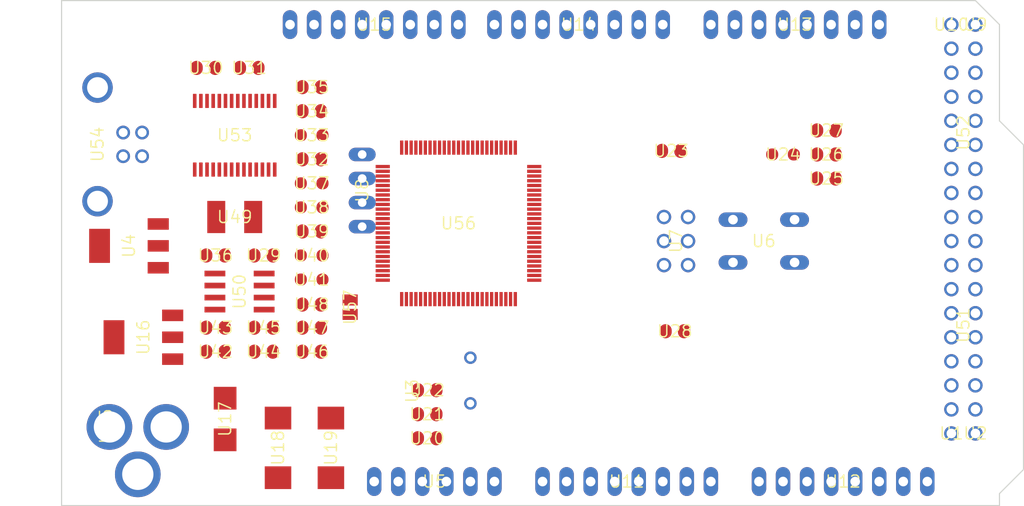
<source format=kicad_pcb>
(kicad_pcb (version 20221018) (generator pcbnew)
  (layers (0 "F.Cu" signal "Top") (31 "B.Cu" signal "Bottom") (34 "B.Paste" user) (35 "F.Paste" user) (36 "B.SilkS" user "B.Silkscreen") (37 "F.SilkS" user "F.Silkscreen") (38 "B.Mask" user) (39 "F.Mask" user) (44 "Edge.Cuts" user))
  (net 0 "")
  (net 1 "+5V")
  (net 2 "GND")
  (net 3 "N$6")
  (net 4 "N$7")
  (net 5 "AREF")
  (net 6 "RESET")
  (net 7 "VIN")
  (net 8 "N$3")
  (net 9 "PWRIN")
  (net 10 "M8RXD")
  (net 11 "M8TXD")
  (net 12 "ADC0")
  (net 13 "ADC2")
  (net 14 "ADC1")
  (net 15 "ADC3")
  (net 16 "ADC4")
  (net 17 "ADC5")
  (net 18 "ADC6")
  (net 19 "ADC7")
  (net 20 "+3V3")
  (net 21 "SDA")
  (net 22 "SCL")
  (net 23 "ADC9")
  (net 24 "ADC8")
  (net 25 "ADC10")
  (net 26 "ADC11")
  (net 27 "ADC12")
  (net 28 "ADC13")
  (net 29 "ADC14")
  (net 30 "ADC15")
  (net 31 "PB3")
  (net 32 "PB2")
  (net 33 "PB1")
  (net 34 "PB5")
  (net 35 "PB4")
  (net 36 "PE5")
  (net 37 "PE4")
  (net 38 "PE3")
  (net 39 "PE1")
  (net 40 "PE0")
  (net 41 "N$15")
  (net 42 "N$53")
  (net 43 "N$54")
  (net 44 "N$55")
  (net 45 "D-")
  (net 46 "D+")
  (net 47 "N$60")
  (net 48 "DTR")
  (net 49 "USBVCC")
  (net 50 "N$2")
  (net 51 "N$4")
  (net 52 "GATE_CMD")
  (net 53 "CMP")
  (net 54 "PB6")
  (net 55 "PH3")
  (net 56 "PH4")
  (net 57 "PH5")
  (net 58 "PH6")
  (net 59 "PG5")
  (net 60 "RXD1")
  (net 61 "TXD1")
  (net 62 "RXD2")
  (net 63 "RXD3")
  (net 64 "TXD2")
  (net 65 "TXD3")
  (net 66 "PC0")
  (net 67 "PC1")
  (net 68 "PC2")
  (net 69 "PC3")
  (net 70 "PC4")
  (net 71 "PC5")
  (net 72 "PC6")
  (net 73 "PC7")
  (net 74 "PB0")
  (net 75 "PG0")
  (net 76 "PG1")
  (net 77 "PG2")
  (net 78 "PD7")
  (net 79 "PA0")
  (net 80 "PA1")
  (net 81 "PA2")
  (net 82 "PA3")
  (net 83 "PA4")
  (net 84 "PA5")
  (net 85 "PA6")
  (net 86 "PA7")
  (net 87 "PL0")
  (net 88 "PL1")
  (net 89 "PL2")
  (net 90 "PL3")
  (net 91 "PL4")
  (net 92 "PL5")
  (net 93 "PL6")
  (net 94 "PL7")
  (net 95 "PB7")
  (net 96 "CTS")
  (net 97 "DSR")
  (net 98 "DCD")
  (net 99 "RI")
  (footprint "Arduino_MEGA_Reference_Design:2X03" (layer "F.Cu") (at 162.5981 103.7336 -90)
    (fp_text reference "U7")
    (fp_text value "")
  )
  (footprint "Arduino_MEGA_Reference_Design:1X08" (layer "F.Cu") (at 152.3111 80.8736 180)
    (fp_text reference "U14")
    (fp_text value "")
  )
  (footprint "Arduino_MEGA_Reference_Design:1X08" (layer "F.Cu") (at 130.7211 80.8736 180)
    (fp_text reference "U15")
    (fp_text value "")
  )
  (footprint "Arduino_MEGA_Reference_Design:SMC_D" (layer "F.Cu") (at 120.5611 125.5776 -90)
    (fp_text reference "U18")
    (fp_text value "")
  )
  (footprint "Arduino_MEGA_Reference_Design:SMC_D" (layer "F.Cu") (at 126.1491 125.5776 -90)
    (fp_text reference "U19")
    (fp_text value "")
  )
  (footprint "Arduino_MEGA_Reference_Design:B3F-10XX" (layer "F.Cu") (at 171.8691 103.7336 180)
    (fp_text reference "U6")
    (fp_text value "")
  )
  (footprint "Arduino_MEGA_Reference_Design:0805RND" (layer "F.Cu") (at 173.9011 94.5896 180)
    (fp_text reference "U24")
    (fp_text value "")
  )
  (footprint "Arduino_MEGA_Reference_Design:SMB" (layer "F.Cu") (at 114.9731 122.5296 -90)
    (fp_text reference "U17")
    (fp_text value "")
  )
  (footprint "Arduino_MEGA_Reference_Design:DC-21MM" (layer "F.Cu") (at 103.0351 123.2916 90)
    (fp_text reference "U55")
    (fp_text value "")
  )
  (footprint "Arduino_MEGA_Reference_Design:HC49_S" (layer "F.Cu") (at 140.8811 118.4656 90)
    (fp_text reference "U3")
    (fp_text value "")
  )
  (footprint "Arduino_MEGA_Reference_Design:SOT223" (layer "F.Cu") (at 106.3371 113.8936 90)
    (fp_text reference "U16")
    (fp_text value "")
  )
  (footprint "Arduino_MEGA_Reference_Design:1X06" (layer "F.Cu") (at 137.0711 129.1336)
    (fp_text reference "U5")
    (fp_text value "")
  )
  (footprint "Arduino_MEGA_Reference_Design:C0805RND" (layer "F.Cu") (at 124.1171 87.4776)
    (fp_text reference "U35")
    (fp_text value "")
  )
  (footprint "Arduino_MEGA_Reference_Design:C0805RND" (layer "F.Cu") (at 162.4711 113.2586)
    (fp_text reference "U28")
    (fp_text value "")
  )
  (footprint "Arduino_MEGA_Reference_Design:C0805RND" (layer "F.Cu") (at 136.3091 122.0216)
    (fp_text reference "U21")
    (fp_text value "")
  )
  (footprint "Arduino_MEGA_Reference_Design:C0805RND" (layer "F.Cu") (at 136.3091 119.4816)
    (fp_text reference "U22")
    (fp_text value "")
  )
  (footprint "Arduino_MEGA_Reference_Design:C0805RND" (layer "F.Cu") (at 113.9571 112.8776)
    (fp_text reference "U43")
    (fp_text value "")
  )
  (footprint "Arduino_MEGA_Reference_Design:RCL_0805RND" (layer "F.Cu") (at 124.1171 105.2576)
    (fp_text reference "U40")
    (fp_text value "")
  )
  (footprint "Arduino_MEGA_Reference_Design:RCL_0805RND" (layer "F.Cu") (at 124.1171 107.7976)
    (fp_text reference "U41")
    (fp_text value "")
  )
  (footprint "Arduino_MEGA_Reference_Design:1X08" (layer "F.Cu") (at 157.3911 129.1336)
    (fp_text reference "U11")
    (fp_text value "")
  )
  (footprint "Arduino_MEGA_Reference_Design:1X08" (layer "F.Cu") (at 175.1711 80.8736 180)
    (fp_text reference "U13")
    (fp_text value "")
  )
  (footprint "Arduino_MEGA_Reference_Design:R0805RND" (layer "F.Cu") (at 178.4731 94.5896 180)
    (fp_text reference "U26")
    (fp_text value "")
  )
  (footprint "Arduino_MEGA_Reference_Design:R0805RND" (layer "F.Cu") (at 178.4731 92.0496 180)
    (fp_text reference "U27")
    (fp_text value "")
  )
  (footprint "Arduino_MEGA_Reference_Design:TQFP100" (layer "F.Cu") (at 139.62350463867188 101.86517333984375 0)
    (fp_text reference "U56")
    (fp_text value "")
  )
  (footprint "Arduino_MEGA_Reference_Design:C0805RND" (layer "F.Cu") (at 162.0901 94.2086 180)
    (fp_text reference "U23")
    (fp_text value "")
  )
  (footprint "Arduino_MEGA_Reference_Design:C0805RND" (layer "F.Cu") (at 136.3091 124.5616)
    (fp_text reference "U20")
    (fp_text value "")
  )
  (footprint "Arduino_MEGA_Reference_Design:1X08" (layer "F.Cu") (at 180.2511 129.1336)
    (fp_text reference "U12")
    (fp_text value "")
  )
  (footprint "Arduino_MEGA_Reference_Design:R0805RND" (layer "F.Cu") (at 124.1171 112.8776)
    (fp_text reference "U47")
    (fp_text value "")
  )
  (footprint "Arduino_MEGA_Reference_Design:C0805RND" (layer "F.Cu") (at 124.1171 115.4176)
    (fp_text reference "U46")
    (fp_text value "")
  )
  (footprint "Arduino_MEGA_Reference_Design:C0805RND" (layer "F.Cu") (at 113.9571 105.2576)
    (fp_text reference "U36")
    (fp_text value "")
  )
  (footprint "Arduino_MEGA_Reference_Design:C0805RND" (layer "F.Cu") (at 112.9411 85.4456)
    (fp_text reference "U30")
    (fp_text value "")
  )
  (footprint "Arduino_MEGA_Reference_Design:0805RND" (layer "F.Cu") (at 124.1171 100.1776 180)
    (fp_text reference "U38")
    (fp_text value "")
  )
  (footprint "Arduino_MEGA_Reference_Design:0805RND" (layer "F.Cu") (at 124.1171 97.6376 180)
    (fp_text reference "U37")
    (fp_text value "")
  )
  (footprint "Arduino_MEGA_Reference_Design:R0805RND" (layer "F.Cu") (at 124.1171 95.0976)
    (fp_text reference "U32")
    (fp_text value "")
  )
  (footprint "Arduino_MEGA_Reference_Design:R0805RND" (layer "F.Cu") (at 124.1171 102.7176)
    (fp_text reference "U39")
    (fp_text value "")
  )
  (footprint "Arduino_MEGA_Reference_Design:SSOP28" (layer "F.Cu") (at 115.9891 92.5576)
    (fp_text reference "U53")
    (fp_text value "")
  )
  (footprint "Arduino_MEGA_Reference_Design:PN61729" (layer "F.Cu") (at 98.9584 93.5228 -90)
    (fp_text reference "U54")
    (fp_text value "")
  )
  (footprint "Arduino_MEGA_Reference_Design:L1812" (layer "F.Cu") (at 115.9891 101.1936)
    (fp_text reference "U49")
    (fp_text value "")
  )
  (footprint "Arduino_MEGA_Reference_Design:C0805RND" (layer "F.Cu") (at 117.5131 85.4456)
    (fp_text reference "U31")
    (fp_text value "")
  )
  (footprint "Arduino_MEGA_Reference_Design:0805RND" (layer "F.Cu") (at 124.1171 92.5576 180)
    (fp_text reference "U33")
    (fp_text value "")
  )
  (footprint "Arduino_MEGA_Reference_Design:R0805RND" (layer "F.Cu") (at 124.1171 90.0176 180)
    (fp_text reference "U34")
    (fp_text value "")
  )
  (footprint "Arduino_MEGA_Reference_Design:C0805RND" (layer "F.Cu") (at 124.1171 110.4392 180)
    (fp_text reference "U48")
    (fp_text value "")
  )
  (footprint "Arduino_MEGA_Reference_Design:SOT223" (layer "F.Cu") (at 104.8131 104.2416 90)
    (fp_text reference "U4")
    (fp_text value "")
  )
  (footprint "Arduino_MEGA_Reference_Design:SO08" (layer "F.Cu") (at 116.4971 109.0676 -90)
    (fp_text reference "U50")
    (fp_text value "")
  )
  (footprint "Arduino_MEGA_Reference_Design:R0805RND" (layer "F.Cu") (at 113.9571 115.4176 180)
    (fp_text reference "U42")
    (fp_text value "")
  )
  (footprint "Arduino_MEGA_Reference_Design:R0805RND" (layer "F.Cu") (at 119.0371 112.8776 180)
    (fp_text reference "U45")
    (fp_text value "")
  )
  (footprint "Arduino_MEGA_Reference_Design:C0805RND" (layer "F.Cu") (at 119.0371 115.4176 180)
    (fp_text reference "U44")
    (fp_text value "")
  )
  (footprint "Arduino_MEGA_Reference_Design:C0805RND" (layer "F.Cu") (at 119.0371 105.2576)
    (fp_text reference "U29")
    (fp_text value "")
  )
  (footprint "Arduino_MEGA_Reference_Design:2X08" (layer "F.Cu") (at 192.9511 92.3036 90)
    (fp_text reference "U52")
    (fp_text value "")
  )
  (footprint "Arduino_MEGA_Reference_Design:2X08" (layer "F.Cu") (at 192.9511 112.6236 90)
    (fp_text reference "U51")
    (fp_text value "")
  )
  (footprint "Arduino_MEGA_Reference_Design:R0805RND" (layer "F.Cu") (at 178.4731 97.1296 180)
    (fp_text reference "U25")
    (fp_text value "")
  )
  (footprint "Arduino_MEGA_Reference_Design:1X01" (layer "F.Cu") (at 191.6811 80.8736)
    (fp_text reference "U10")
    (fp_text value "")
  )
  (footprint "Arduino_MEGA_Reference_Design:1X01" (layer "F.Cu") (at 194.2211 80.8736)
    (fp_text reference "U9")
    (fp_text value "")
  )
  (footprint "Arduino_MEGA_Reference_Design:1X01" (layer "F.Cu") (at 191.6811 124.0536)
    (fp_text reference "U1")
    (fp_text value "")
  )
  (footprint "Arduino_MEGA_Reference_Design:1X01" (layer "F.Cu") (at 194.2211 124.0536)
    (fp_text reference "U2")
    (fp_text value "")
  )
  (footprint "Arduino_MEGA_Reference_Design:SJ" (layer "F.Cu") (at 128.1811 110.7186 -90)
    (fp_text reference "U57")
    (fp_text value "")
  )
  (footprint "Arduino_MEGA_Reference_Design:JP4" (layer "F.Cu") (at 129.4511 98.3996 -90)
    (fp_text reference "U8")
    (fp_text value "")
  )
  (gr_line (start 196.7611 80.8736) (end 196.7611 91.0336) (layer "Edge.Cuts") (width 0.12))
  (gr_line (start 196.7611 130.4036) (end 196.7611 131.6736) (layer "Edge.Cuts") (width 0.12))
  (gr_line (start 194.2211 78.3336) (end 196.7611 80.8736) (layer "Edge.Cuts") (width 0.12))
  (gr_line (start 97.7011 78.3336) (end 194.2211 78.3336) (layer "Edge.Cuts") (width 0.12))
  (gr_line (start 196.7611 91.0336) (end 199.3011 93.5736) (layer "Edge.Cuts") (width 0.12))
  (gr_line (start 97.7011 131.6736) (end 97.7011 78.3336) (layer "Edge.Cuts") (width 0.12))
  (gr_line (start 196.7611 131.6736) (end 97.7011 131.6736) (layer "Edge.Cuts") (width 0.12))
  (gr_line (start 199.3011 93.5736) (end 199.3011 127.8636) (layer "Edge.Cuts") (width 0.12))
  (gr_line (start 199.3011 127.8636) (end 196.7611 130.4036) (layer "Edge.Cuts") (width 0.12))
)
</source>
